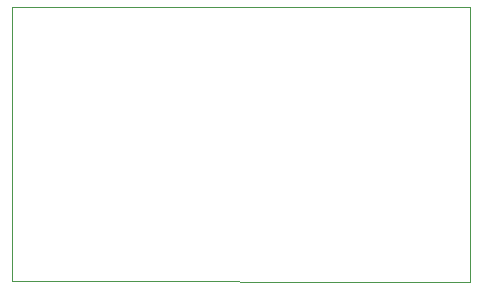
<source format=gbr>
%TF.GenerationSoftware,KiCad,Pcbnew,(5.1.10)-1*%
%TF.CreationDate,2021-05-24T22:05:53+05:30*%
%TF.ProjectId,DAY3_PCB,44415933-5f50-4434-922e-6b696361645f,rev?*%
%TF.SameCoordinates,Original*%
%TF.FileFunction,Profile,NP*%
%FSLAX46Y46*%
G04 Gerber Fmt 4.6, Leading zero omitted, Abs format (unit mm)*
G04 Created by KiCad (PCBNEW (5.1.10)-1) date 2021-05-24 22:05:53*
%MOMM*%
%LPD*%
G01*
G04 APERTURE LIST*
%TA.AperFunction,Profile*%
%ADD10C,0.050000*%
%TD*%
G04 APERTURE END LIST*
D10*
X135000000Y-99850000D02*
X135000000Y-76625000D01*
X173825000Y-99925000D02*
X135000000Y-99850000D01*
X173825000Y-76625000D02*
X173825000Y-99925000D01*
X135000000Y-76625000D02*
X173825000Y-76625000D01*
M02*

</source>
